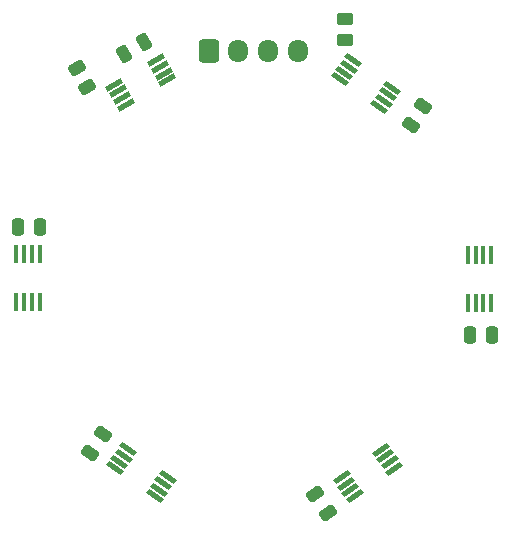
<source format=gbr>
%TF.GenerationSoftware,KiCad,Pcbnew,7.0.10*%
%TF.CreationDate,2024-07-08T17:56:43-07:00*%
%TF.ProjectId,Thermistor Ring,54686572-6d69-4737-946f-722052696e67,rev?*%
%TF.SameCoordinates,Original*%
%TF.FileFunction,Soldermask,Top*%
%TF.FilePolarity,Negative*%
%FSLAX46Y46*%
G04 Gerber Fmt 4.6, Leading zero omitted, Abs format (unit mm)*
G04 Created by KiCad (PCBNEW 7.0.10) date 2024-07-08 17:56:43*
%MOMM*%
%LPD*%
G01*
G04 APERTURE LIST*
G04 Aperture macros list*
%AMRoundRect*
0 Rectangle with rounded corners*
0 $1 Rounding radius*
0 $2 $3 $4 $5 $6 $7 $8 $9 X,Y pos of 4 corners*
0 Add a 4 corners polygon primitive as box body*
4,1,4,$2,$3,$4,$5,$6,$7,$8,$9,$2,$3,0*
0 Add four circle primitives for the rounded corners*
1,1,$1+$1,$2,$3*
1,1,$1+$1,$4,$5*
1,1,$1+$1,$6,$7*
1,1,$1+$1,$8,$9*
0 Add four rect primitives between the rounded corners*
20,1,$1+$1,$2,$3,$4,$5,0*
20,1,$1+$1,$4,$5,$6,$7,0*
20,1,$1+$1,$6,$7,$8,$9,0*
20,1,$1+$1,$8,$9,$2,$3,0*%
%AMRotRect*
0 Rectangle, with rotation*
0 The origin of the aperture is its center*
0 $1 length*
0 $2 width*
0 $3 Rotation angle, in degrees counterclockwise*
0 Add horizontal line*
21,1,$1,$2,0,0,$3*%
G04 Aperture macros list end*
%ADD10RoundRect,0.250000X0.250000X0.475000X-0.250000X0.475000X-0.250000X-0.475000X0.250000X-0.475000X0*%
%ADD11RoundRect,0.250000X0.245703X-0.477237X0.532491X-0.067661X-0.245703X0.477237X-0.532491X0.067661X0*%
%ADD12RotRect,1.524000X0.457200X145.000000*%
%ADD13RotRect,1.524000X0.457200X325.000000*%
%ADD14RotRect,1.524000X0.457200X30.000000*%
%ADD15R,0.457200X1.524000*%
%ADD16RotRect,1.524000X0.457200X215.000000*%
%ADD17RoundRect,0.250000X0.532491X0.067661X0.245703X0.477237X-0.532491X-0.067661X-0.245703X-0.477237X0*%
%ADD18RoundRect,0.250000X-0.020994X0.536362X-0.454006X0.286362X0.020994X-0.536362X0.454006X-0.286362X0*%
%ADD19RoundRect,0.250000X-0.250000X-0.475000X0.250000X-0.475000X0.250000X0.475000X-0.250000X0.475000X0*%
%ADD20RoundRect,0.250000X-0.520961X0.002332X-0.258461X-0.452332X0.520961X-0.002332X0.258461X0.452332X0*%
%ADD21RoundRect,0.250000X-0.450000X0.262500X-0.450000X-0.262500X0.450000X-0.262500X0.450000X0.262500X0*%
%ADD22RoundRect,0.250000X-0.245703X0.477237X-0.532491X0.067661X0.245703X-0.477237X0.532491X-0.067661X0*%
%ADD23RoundRect,0.250000X-0.600000X-0.725000X0.600000X-0.725000X0.600000X0.725000X-0.600000X0.725000X0*%
%ADD24O,1.700000X1.950000*%
G04 APERTURE END LIST*
D10*
%TO.C,C6*%
X94974148Y-61158053D03*
X93074148Y-61158053D03*
%TD*%
D11*
%TO.C,C5*%
X60951657Y-71101308D03*
X62041453Y-69544920D03*
%TD*%
D12*
%TO.C,U6*%
X66400791Y-74765539D03*
X66773614Y-74233092D03*
X67146440Y-73700642D03*
X67519264Y-73168194D03*
X64169423Y-70822611D03*
X63796600Y-71355058D03*
X63423774Y-71887508D03*
X63050950Y-72419956D03*
%TD*%
D13*
%TO.C,U7*%
X83194031Y-37897474D03*
X82821208Y-38429921D03*
X82448382Y-38962371D03*
X82075558Y-39494819D03*
X85425399Y-41840402D03*
X85798222Y-41307955D03*
X86171048Y-40775505D03*
X86543872Y-40243057D03*
%TD*%
D14*
%TO.C,U2*%
X62966003Y-39950240D03*
X63291002Y-40513155D03*
X63616003Y-41076073D03*
X63941002Y-41638988D03*
X67482527Y-39594288D03*
X67157528Y-39031373D03*
X66832527Y-38468455D03*
X66507528Y-37905540D03*
%TD*%
D15*
%TO.C,U5*%
X94885923Y-54336981D03*
X94235925Y-54336981D03*
X93585923Y-54336981D03*
X92935925Y-54336981D03*
X92935925Y-58426381D03*
X93585923Y-58426381D03*
X94235925Y-58426381D03*
X94885923Y-58426381D03*
%TD*%
%TO.C,U3*%
X54708916Y-58379595D03*
X55358914Y-58379595D03*
X56008916Y-58379595D03*
X56658914Y-58379595D03*
X56658914Y-54290195D03*
X56008916Y-54290195D03*
X55358914Y-54290195D03*
X54708916Y-54290195D03*
%TD*%
D16*
%TO.C,U4*%
X86696278Y-72458775D03*
X86323454Y-71926327D03*
X85950628Y-71393877D03*
X85577805Y-70861430D03*
X82227964Y-73207013D03*
X82600788Y-73739461D03*
X82973614Y-74271911D03*
X83346437Y-74804358D03*
%TD*%
D17*
%TO.C,C1*%
X81052768Y-76195570D03*
X79962972Y-74639182D03*
%TD*%
D18*
%TO.C,C3*%
X63833754Y-37332625D03*
X65479202Y-36382625D03*
%TD*%
D19*
%TO.C,C2*%
X54841174Y-52013806D03*
X56741174Y-52013806D03*
%TD*%
D20*
%TO.C,R3*%
X59792491Y-38539046D03*
X60704991Y-40119542D03*
%TD*%
D21*
%TO.C,R2*%
X82543481Y-36189073D03*
X82543481Y-34364073D03*
%TD*%
D22*
%TO.C,C4*%
X89163648Y-41801154D03*
X88073852Y-43357542D03*
%TD*%
D23*
%TO.C,J1*%
X71001807Y-37077362D03*
D24*
X73501807Y-37077362D03*
X76001807Y-37077362D03*
X78501807Y-37077362D03*
%TD*%
M02*

</source>
